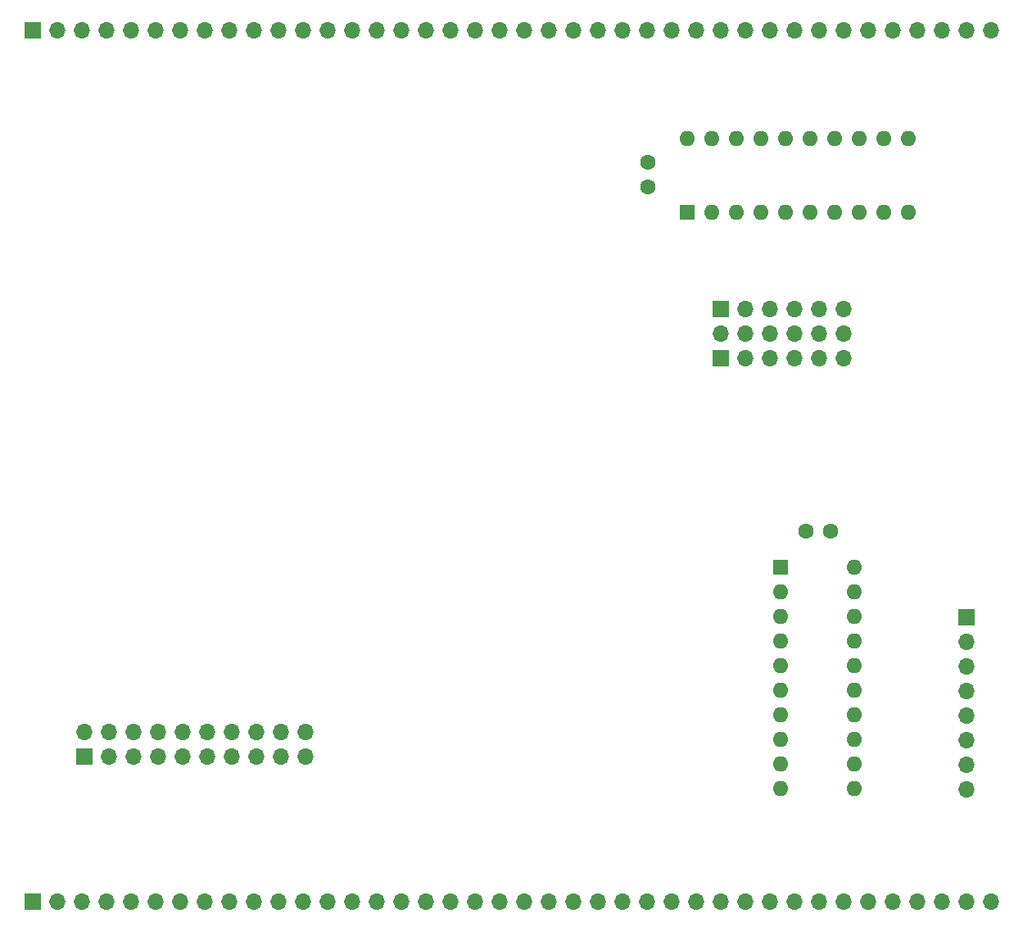
<source format=gts>
G04 #@! TF.GenerationSoftware,KiCad,Pcbnew,8.0.3*
G04 #@! TF.CreationDate,2025-04-20T12:23:29-04:00*
G04 #@! TF.ProjectId,memory-loader-interface,6d656d6f-7279-42d6-9c6f-616465722d69,1.0*
G04 #@! TF.SameCoordinates,Original*
G04 #@! TF.FileFunction,Soldermask,Top*
G04 #@! TF.FilePolarity,Negative*
%FSLAX46Y46*%
G04 Gerber Fmt 4.6, Leading zero omitted, Abs format (unit mm)*
G04 Created by KiCad (PCBNEW 8.0.3) date 2025-04-20 12:23:29*
%MOMM*%
%LPD*%
G01*
G04 APERTURE LIST*
%ADD10R,1.700000X1.700000*%
%ADD11O,1.700000X1.700000*%
%ADD12R,1.600000X1.600000*%
%ADD13O,1.600000X1.600000*%
%ADD14C,1.600000*%
G04 APERTURE END LIST*
D10*
X157500000Y-74800000D03*
D11*
X160040000Y-74800000D03*
X162580000Y-74800000D03*
X165120000Y-74800000D03*
X167660000Y-74800000D03*
X170200000Y-74800000D03*
D12*
X163700000Y-101500000D03*
D13*
X163700000Y-104040000D03*
X163700000Y-106580000D03*
X163700000Y-109120000D03*
X163700000Y-111660000D03*
X163700000Y-114200000D03*
X163700000Y-116740000D03*
X163700000Y-119280000D03*
X163700000Y-121820000D03*
X163700000Y-124360000D03*
X171320000Y-124360000D03*
X171320000Y-121820000D03*
X171320000Y-119280000D03*
X171320000Y-116740000D03*
X171320000Y-114200000D03*
X171320000Y-111660000D03*
X171320000Y-109120000D03*
X171320000Y-106580000D03*
X171320000Y-104040000D03*
X171320000Y-101500000D03*
D12*
X154100000Y-64800000D03*
D13*
X156640000Y-64800000D03*
X159180000Y-64800000D03*
X161720000Y-64800000D03*
X164260000Y-64800000D03*
X166800000Y-64800000D03*
X169340000Y-64800000D03*
X171880000Y-64800000D03*
X174420000Y-64800000D03*
X176960000Y-64800000D03*
X176960000Y-57180000D03*
X174420000Y-57180000D03*
X171880000Y-57180000D03*
X169340000Y-57180000D03*
X166800000Y-57180000D03*
X164260000Y-57180000D03*
X161720000Y-57180000D03*
X159180000Y-57180000D03*
X156640000Y-57180000D03*
X154100000Y-57180000D03*
D14*
X150000000Y-62150000D03*
X150000000Y-59650000D03*
D10*
X91775000Y-121025000D03*
D11*
X91775000Y-118485000D03*
X94315000Y-121025000D03*
X94315000Y-118485000D03*
X96855000Y-121025000D03*
X96855000Y-118485000D03*
X99395000Y-121025000D03*
X99395000Y-118485000D03*
X101935000Y-121025000D03*
X101935000Y-118485000D03*
X104475000Y-121025000D03*
X104475000Y-118485000D03*
X107015000Y-121025000D03*
X107015000Y-118485000D03*
X109555000Y-121025000D03*
X109555000Y-118485000D03*
X112095000Y-121025000D03*
X112095000Y-118485000D03*
X114635000Y-121025000D03*
X114635000Y-118485000D03*
D10*
X157500000Y-79900000D03*
D11*
X157500000Y-77360000D03*
X160040000Y-79900000D03*
X160040000Y-77360000D03*
X162580000Y-79900000D03*
X162580000Y-77360000D03*
X165120000Y-79900000D03*
X165120000Y-77360000D03*
X167660000Y-79900000D03*
X167660000Y-77360000D03*
X170200000Y-79900000D03*
X170200000Y-77360000D03*
D14*
X166350000Y-97700000D03*
X168850000Y-97700000D03*
D10*
X86400000Y-46000000D03*
D11*
X88940000Y-46000000D03*
X91480000Y-46000000D03*
X94020000Y-46000000D03*
X96560000Y-46000000D03*
X99100000Y-46000000D03*
X101640000Y-46000000D03*
X104180000Y-46000000D03*
X106720000Y-46000000D03*
X109260000Y-46000000D03*
X111800000Y-46000000D03*
X114340000Y-46000000D03*
X116880000Y-46000000D03*
X119420000Y-46000000D03*
X121960000Y-46000000D03*
X124500000Y-46000000D03*
X127040000Y-46000000D03*
X129580000Y-46000000D03*
X132120000Y-46000000D03*
X134660000Y-46000000D03*
X137200000Y-46000000D03*
X139740000Y-46000000D03*
X142280000Y-46000000D03*
X144820000Y-46000000D03*
X147360000Y-46000000D03*
X149900000Y-46000000D03*
X152440000Y-46000000D03*
X154980000Y-46000000D03*
X157520000Y-46000000D03*
X160060000Y-46000000D03*
X162600000Y-46000000D03*
X165140000Y-46000000D03*
X167680000Y-46000000D03*
X170220000Y-46000000D03*
X172760000Y-46000000D03*
X175300000Y-46000000D03*
X177840000Y-46000000D03*
X180380000Y-46000000D03*
X182920000Y-46000000D03*
X185460000Y-46000000D03*
D10*
X86400000Y-136000000D03*
D11*
X88940000Y-136000000D03*
X91480000Y-136000000D03*
X94020000Y-136000000D03*
X96560000Y-136000000D03*
X99100000Y-136000000D03*
X101640000Y-136000000D03*
X104180000Y-136000000D03*
X106720000Y-136000000D03*
X109260000Y-136000000D03*
X111800000Y-136000000D03*
X114340000Y-136000000D03*
X116880000Y-136000000D03*
X119420000Y-136000000D03*
X121960000Y-136000000D03*
X124500000Y-136000000D03*
X127040000Y-136000000D03*
X129580000Y-136000000D03*
X132120000Y-136000000D03*
X134660000Y-136000000D03*
X137200000Y-136000000D03*
X139740000Y-136000000D03*
X142280000Y-136000000D03*
X144820000Y-136000000D03*
X147360000Y-136000000D03*
X149900000Y-136000000D03*
X152440000Y-136000000D03*
X154980000Y-136000000D03*
X157520000Y-136000000D03*
X160060000Y-136000000D03*
X162600000Y-136000000D03*
X165140000Y-136000000D03*
X167680000Y-136000000D03*
X170220000Y-136000000D03*
X172760000Y-136000000D03*
X175300000Y-136000000D03*
X177840000Y-136000000D03*
X180380000Y-136000000D03*
X182920000Y-136000000D03*
X185460000Y-136000000D03*
D10*
X182900000Y-106600000D03*
D11*
X182900000Y-109140000D03*
X182900000Y-111680000D03*
X182900000Y-114220000D03*
X182900000Y-116760000D03*
X182900000Y-119300000D03*
X182900000Y-121840000D03*
X182900000Y-124380000D03*
M02*

</source>
